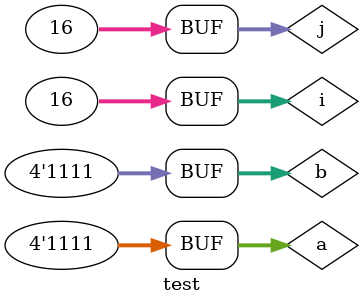
<source format=v>


module four_bits_fulladder_nor (c,a,b);
output [4:0] c;
input [3:0] a;
input [3:0] b;


halfadder_nor HA1 (c[0],carry1,a[0],b[0]);
fulladder_nor FA1 (c[1],carry2,a[1],b[1],carry1);
fulladder_nor FA2 (c[2],carry3,a[2],b[2],carry2);
fulladder_nor FA3 (c[3],c[4],a[3],b[3],carry3);

endmodule // 4_bits_full_adder_nor


// -------------------------------
// -- full adder with NOR gate
// -------------------------------

module fulladder_nor (c0,c1,r,s,t);
output c0,c1;
input r,s,t;
wire carry1,carry2,cout;

halfadder_nor HA1 (cout,carry1,r,s);
halfadder_nor HA2 (c0,carry2,cout,t);
or_nor OR1 (c1,carry1,carry2);

endmodule // full_adder




// -------------------------------
// -- half adder with NOR gate
// -------------------------------

module halfadder_nor (s0, s1, a, b);
 output s0,s1;
 input  a, b;
 
  xor_nor XOR1 (s0,a,b);
  and_nor AND1 (s1,a,b);

endmodule // halfadder_nor

// ---------------------
// -- xor with NOR gate
// ---------------------

module xor_nor (s, a, b);
 output s;
 input  a, b;
 wire temp1,temp2,temp3,temp4,temp5,temp6;
 
  nor NOR1 (temp1,b,b);
  nor NOR2 (temp2,a,a);
  nor NOR3 (temp3,a,temp1);
  nor NOR4 (temp4,b,temp2);
  nor NOR5 (temp5, temp3, temp4); 
  nor NOR6 (s, temp5, temp5); 
  
endmodule // xor_nor


// ---------------------
// -- and with NOR gate
// ---------------------

module and_nor (s, a, b);
 output s;
 input  a, b;
 wire temp1,temp2;
 
  nor NOR1 (temp1,a,a);
  nor NOR2 (temp2,b,b);
  nor NOR3 (s, temp1,temp2);

endmodule // and_nor

// ---------------------
// -- or with NOR gate
// ---------------------

module or_nor (s, a, b);
 output s;
 input  a, b;
 wire temp1;
 
  nor NOR1 (temp1,a,b);
  nor NOR2 (s,temp1,temp1);
  
endmodule // or_nor


// -----------------------------
// -- test 4_bits_fulladder_with_nor
// -----------------------------

module test;
 reg [3:0]  a;
 reg [3:0]  b;
 wire [4:0] c;
 integer i,j;
          
// instancia
 four_bits_fulladder_nor FBFA1 (c,a,b);
 
initial begin:start
      a=0; b=0;
 end
 
 
 // parte principal
 initial begin:main
      $display("Guia 05_01 - Alyson Deives - 416589");
      $display("FULL ADDER de 4 bits com portas NOR\n");
		$display("\n   A   +   B  =   S  \n");
		$monitor("  %b%b%b%b + %b%b%b%b = %b%b%b%b%b", a[3],a[2],a[1],a[0],b[3],b[2],b[1],b[0],c[4],c[3],c[2],c[1],c[0]); 
  for(i=0;i<=15;i=i+1) 
  	begin
	
  		for(j=0;j<=15;j=j+1) 
  			begin
			#1 a = i;b=j;
								 			 
  		end	
  end 
end    

endmodule // testhalfadder_nor


	// -----------------------------
	// -- TESTE
	// -----------------------------
	//--Guia 05_01 - Alyson Deives - 416589
	//--FULL ADDER de 4 bits com portas NOR
	//--    A  +    B =   S
    
    // -- 0000 + 0000 = 00000
    // -- 0000 + 0001 = 00001
    // -- 0000 + 0010 = 00010
    // -- 0000 + 0011 = 00011
    // -- 0000 + 0100 = 00100
    // -- 0000 + 0101 = 00101
    // -- 0000 + 0110 = 00110
    // -- 0000 + 0111 = 00111
    // -- 0000 + 1000 = 01000
    // -- 0000 + 1001 = 01001
    // -- 0000 + 1010 = 01010
    // -- 0000 + 1011 = 01011
    // -- 0000 + 1100 = 01100
    // -- 0000 + 1101 = 01101
    // -- 0000 + 1110 = 01110
    // -- 0000 + 1111 = 01111
    // -- 0001 + 0000 = 00001
    // -- 0001 + 0001 = 00010
    // -- 0001 + 0010 = 00011
    // -- 0001 + 0011 = 00100
    // -- 0001 + 0100 = 00101
    // -- 0001 + 0101 = 00110
    // -- 0001 + 0110 = 00111
    // -- 0001 + 0111 = 01000
    // -- 0001 + 1000 = 01001
    // -- 0001 + 1001 = 01010
    // -- 0001 + 1010 = 01011
    // -- 0001 + 1011 = 01100
    // -- 0001 + 1100 = 01101
    // -- 0001 + 1101 = 01110
    // -- 0001 + 1110 = 01111
    // -- 0001 + 1111 = 10000
    // -- 0010 + 0000 = 00010
    // -- 0010 + 0001 = 00011
    // -- 0010 + 0010 = 00100
    // -- 0010 + 0011 = 00101
    // -- 0010 + 0100 = 00110
    // -- 0010 + 0101 = 00111
    // -- 0010 + 0110 = 01000
    // -- 0010 + 0111 = 01001
    // -- 0010 + 1000 = 01010
    // -- 0010 + 1001 = 01011
    // -- 0010 + 1010 = 01100
    // -- 0010 + 1011 = 01101
    // -- 0010 + 1100 = 01110
    // -- 0010 + 1101 = 01111
    // -- 0010 + 1110 = 10000
    // -- 0010 + 1111 = 10001
    // -- 0011 + 0000 = 00011
    // -- 0011 + 0001 = 00100
    // -- 0011 + 0010 = 00101
    // -- 0011 + 0011 = 00110
    // -- 0011 + 0100 = 00111
    // -- 0011 + 0101 = 01000
    // -- 0011 + 0110 = 01001
    // -- 0011 + 0111 = 01010
    // -- 0011 + 1000 = 01011
    // -- 0011 + 1001 = 01100
    // -- 0011 + 1010 = 01101
    // -- 0011 + 1011 = 01110
    // -- 0011 + 1100 = 01111
    // -- 0011 + 1101 = 10000
    // -- 0011 + 1110 = 10001
    // -- 0011 + 1111 = 10010
    // -- 0100 + 0000 = 00100
    // -- 0100 + 0001 = 00101
    // -- 0100 + 0010 = 00110
    // -- 0100 + 0011 = 00111
    // -- 0100 + 0100 = 01000
    // -- 0100 + 0101 = 01001
    // -- 0100 + 0110 = 01010
    // -- 0100 + 0111 = 01011
    // -- 0100 + 1000 = 01100
    // -- 0100 + 1001 = 01101
    // -- 0100 + 1010 = 01110
    // -- 0100 + 1011 = 01111
    // -- 0100 + 1100 = 10000
    // -- 0100 + 1101 = 10001
    // -- 0100 + 1110 = 10010
    // -- 0100 + 1111 = 10011
    // -- 0101 + 0000 = 00101
    // -- 0101 + 0001 = 00110
    // -- 0101 + 0010 = 00111
    // -- 0101 + 0011 = 01000
    // -- 0101 + 0100 = 01001
    // -- 0101 + 0101 = 01010
    // -- 0101 + 0110 = 01011
    // -- 0101 + 0111 = 01100
    // -- 0101 + 1000 = 01101
    // -- 0101 + 1001 = 01110
    // -- 0101 + 1010 = 01111
    // -- 0101 + 1011 = 10000
    // -- 0101 + 1100 = 10001
    // -- 0101 + 1101 = 10010
    // -- 0101 + 1110 = 10011
    // -- 0101 + 1111 = 10100
    // -- 0110 + 0000 = 00110
    // -- 0110 + 0001 = 00111
    // -- 0110 + 0010 = 01000
    // -- 0110 + 0011 = 01001
    // -- 0110 + 0100 = 01010
    // -- 0110 + 0101 = 01011
    // -- 0110 + 0110 = 01100
    // -- 0110 + 0111 = 01101
    // -- 0110 + 1000 = 01110
    // -- 0110 + 1001 = 01111
    // -- 0110 + 1010 = 10000
    // -- 0110 + 1011 = 10001
    // -- 0110 + 1100 = 10010
    // -- 0110 + 1101 = 10011
    // -- 0110 + 1110 = 10100
    // -- 0110 + 1111 = 10101
    // -- 0111 + 0000 = 00111
    // -- 0111 + 0001 = 01000
    // -- 0111 + 0010 = 01001
    // -- 0111 + 0011 = 01010
    // -- 0111 + 0100 = 01011
    // -- 0111 + 0101 = 01100
    // -- 0111 + 0110 = 01101
    // -- 0111 + 0111 = 01110
    // -- 0111 + 1000 = 01111
    // -- 0111 + 1001 = 10000
    // -- 0111 + 1010 = 10001
    // -- 0111 + 1011 = 10010
    // -- 0111 + 1100 = 10011
    // -- 0111 + 1101 = 10100
    // -- 0111 + 1110 = 10101
    // -- 0111 + 1111 = 10110
    // -- 1000 + 0000 = 01000
    // -- 1000 + 0001 = 01001
    // -- 1000 + 0010 = 01010
    // -- 1000 + 0011 = 01011
    // -- 1000 + 0100 = 01100
    // -- 1000 + 0101 = 01101
    // -- 1000 + 0110 = 01110
    // -- 1000 + 0111 = 01111
    // -- 1000 + 1000 = 10000
    // -- 1000 + 1001 = 10001
    // -- 1000 + 1010 = 10010
    // -- 1000 + 1011 = 10011
    // -- 1000 + 1100 = 10100
    // -- 1000 + 1101 = 10101
    // -- 1000 + 1110 = 10110
    // -- 1000 + 1111 = 10111
    // -- 1001 + 0000 = 01001
    // -- 1001 + 0001 = 01010
    // -- 1001 + 0010 = 01011
    // -- 1001 + 0011 = 01100
    // -- 1001 + 0100 = 01101
    // -- 1001 + 0101 = 01110
    // -- 1001 + 0110 = 01111
    // -- 1001 + 0111 = 10000
    // -- 1001 + 1000 = 10001
    // -- 1001 + 1001 = 10010
    // -- 1001 + 1010 = 10011
    // -- 1001 + 1011 = 10100
    // -- 1001 + 1100 = 10101
    // -- 1001 + 1101 = 10110
    // -- 1001 + 1110 = 10111
    // -- 1001 + 1111 = 11000
    // -- 1010 + 0000 = 01010
    // -- 1010 + 0001 = 01011
    // -- 1010 + 0010 = 01100
    // -- 1010 + 0011 = 01101
    // -- 1010 + 0100 = 01110
    // -- 1010 + 0101 = 01111
    // -- 1010 + 0110 = 10000
    // -- 1010 + 0111 = 10001
    // -- 1010 + 1000 = 10010
    // -- 1010 + 1001 = 10011
    // -- 1010 + 1010 = 10100
    // -- 1010 + 1011 = 10101
    // -- 1010 + 1100 = 10110
    // -- 1010 + 1101 = 10111
    // -- 1010 + 1110 = 11000
    // -- 1010 + 1111 = 11001
    // -- 1011 + 0000 = 01011
    // -- 1011 + 0001 = 01100
    // -- 1011 + 0010 = 01101
    // -- 1011 + 0011 = 01110
    // -- 1011 + 0100 = 01111
    // -- 1011 + 0101 = 10000
    // -- 1011 + 0110 = 10001
    // -- 1011 + 0111 = 10010
    // -- 1011 + 1000 = 10011
    // -- 1011 + 1001 = 10100
    // -- 1011 + 1010 = 10101
    // -- 1011 + 1011 = 10110
    // -- 1011 + 1100 = 10111
    // -- 1011 + 1101 = 11000
    // -- 1011 + 1110 = 11001
    // -- 1011 + 1111 = 11010
    // -- 1100 + 0000 = 01100
    // -- 1100 + 0001 = 01101
    // -- 1100 + 0010 = 01110
    // -- 1100 + 0011 = 01111
    // -- 1100 + 0100 = 10000
    // -- 1100 + 0101 = 10001
    // -- 1100 + 0110 = 10010
    // -- 1100 + 0111 = 10011
    // -- 1100 + 1000 = 10100
    // -- 1100 + 1001 = 10101
    // -- 1100 + 1010 = 10110
    // -- 1100 + 1011 = 10111
    // -- 1100 + 1100 = 11000
    // -- 1100 + 1101 = 11001
    // -- 1100 + 1110 = 11010
    // -- 1100 + 1111 = 11011
    // -- 1101 + 0000 = 01101
    // -- 1101 + 0001 = 01110
    // -- 1101 + 0010 = 01111
    // -- 1101 + 0011 = 10000
    // -- 1101 + 0100 = 10001
    // -- 1101 + 0101 = 10010
    // -- 1101 + 0110 = 10011
    // -- 1101 + 0111 = 10100
    // -- 1101 + 1000 = 10101
    // -- 1101 + 1001 = 10110
    // -- 1101 + 1010 = 10111
    // -- 1101 + 1011 = 11000
    // -- 1101 + 1100 = 11001
    // -- 1101 + 1101 = 11010
    // -- 1101 + 1110 = 11011
    // -- 1101 + 1111 = 11100
    // -- 1110 + 0000 = 01110
    // -- 1110 + 0001 = 01111
    // -- 1110 + 0010 = 10000
    // -- 1110 + 0011 = 10001
    // -- 1110 + 0100 = 10010
    // -- 1110 + 0101 = 10011
    // -- 1110 + 0110 = 10100
    // -- 1110 + 0111 = 10101
    // -- 1110 + 1000 = 10110
    // -- 1110 + 1001 = 10111
    // -- 1110 + 1010 = 11000
    // -- 1110 + 1011 = 11001
    // -- 1110 + 1100 = 11010
    // -- 1110 + 1101 = 11011
    // -- 1110 + 1110 = 11100
    // -- 1110 + 1111 = 11101
    // -- 1111 + 0000 = 01111
    // -- 1111 + 0001 = 10000
    // -- 1111 + 0010 = 10001
    // -- 1111 + 0011 = 10010
    // -- 1111 + 0100 = 10011
    // -- 1111 + 0101 = 10100
    // -- 1111 + 0110 = 10101
    // -- 1111 + 0111 = 10110
    // -- 1111 + 1000 = 10111
    // -- 1111 + 1001 = 11000
    // -- 1111 + 1010 = 11001
    // -- 1111 + 1011 = 11010
    // -- 1111 + 1100 = 11011
    // -- 1111 + 1101 = 11100
    // -- 1111 + 1110 = 11101
    // -- 1111 + 1111 = 11110
</source>
